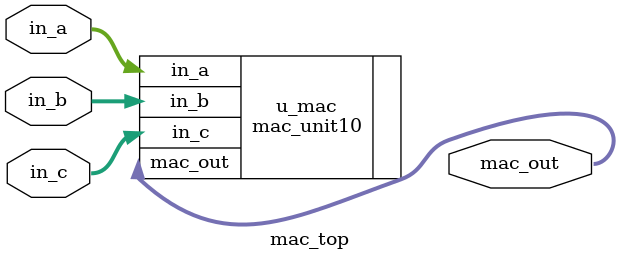
<source format=v>
module mac_top(
    input  [15:0] in_a,
    input  [15:0] in_b,
    input  [15:0] in_c,
    output [31:0] mac_out
);
    // Khởi tạo module MAC
    mac_unit10 u_mac (
        .in_a   (in_a),
        .in_b   (in_b),
        .in_c   (in_c),
        .mac_out(mac_out)
    );
endmodule

</source>
